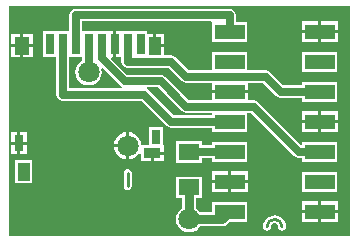
<source format=gtl>
%FSLAX25Y25*%
%MOIN*%
G70*
G01*
G75*
G04 Layer_Physical_Order=1*
G04 Layer_Color=255*
%ADD10C,0.01000*%
%ADD11R,0.05709X0.03500*%
%ADD12R,0.03150X0.05000*%
%ADD13R,0.03937X0.06102*%
%ADD14R,0.03150X0.05512*%
%ADD15R,0.05118X0.05906*%
%ADD16R,0.04318X0.05906*%
%ADD17R,0.02756X0.06890*%
%ADD18R,0.06890X0.05512*%
%ADD19C,0.02500*%
%ADD20C,0.02700*%
%ADD21C,0.03000*%
%ADD22R,0.10000X0.05000*%
%ADD23C,0.07087*%
G36*
X398675Y321826D02*
X284825D01*
Y398675D01*
X398675D01*
Y321826D01*
D02*
G37*
%LPC*%
G36*
X364500Y343500D02*
X359000D01*
Y340500D01*
X364500D01*
Y343500D01*
D02*
G37*
G36*
X349245Y353461D02*
X340755D01*
Y346350D01*
X349245D01*
Y347910D01*
X352700D01*
Y346700D01*
X364300D01*
Y353300D01*
X352700D01*
Y352090D01*
X349245D01*
Y353461D01*
D02*
G37*
G36*
X292631Y347205D02*
X287094D01*
Y339503D01*
X292631D01*
Y347205D01*
D02*
G37*
G36*
X358000Y343500D02*
X352500D01*
Y340500D01*
X358000D01*
Y343500D01*
D02*
G37*
G36*
X336531Y349055D02*
X333177D01*
Y346805D01*
X336531D01*
Y349055D01*
D02*
G37*
G36*
X290862Y352402D02*
X288787D01*
Y349146D01*
X290862D01*
Y352402D01*
D02*
G37*
G36*
X336332Y358367D02*
X331582D01*
Y352305D01*
X329042D01*
X328926Y353186D01*
X328469Y354291D01*
X327740Y355240D01*
X326791Y355969D01*
X325686Y356426D01*
X325000Y356517D01*
Y352000D01*
Y347483D01*
X325686Y347574D01*
X326791Y348031D01*
X327740Y348760D01*
X328323Y349519D01*
X328823Y349349D01*
Y346805D01*
X332177D01*
Y349555D01*
X332677D01*
Y350055D01*
X336531D01*
Y352305D01*
X336332D01*
Y358367D01*
D02*
G37*
G36*
X324000Y351500D02*
X319983D01*
X320074Y350814D01*
X320531Y349709D01*
X321260Y348760D01*
X322209Y348031D01*
X323314Y347574D01*
X324000Y347483D01*
Y351500D01*
D02*
G37*
G36*
X287787Y352402D02*
X285713D01*
Y349146D01*
X287787D01*
Y352402D01*
D02*
G37*
G36*
X324500Y344325D02*
X323993Y344225D01*
X323563Y343937D01*
X323275Y343507D01*
X323175Y343000D01*
Y338500D01*
X323275Y337993D01*
X323563Y337563D01*
X323993Y337275D01*
X324500Y337175D01*
X325007Y337275D01*
X325437Y337563D01*
X325725Y337993D01*
X325826Y338500D01*
Y343000D01*
X325725Y343507D01*
X325437Y343937D01*
X325007Y344225D01*
X324500Y344325D01*
D02*
G37*
G36*
X388000Y329500D02*
X382500D01*
Y326500D01*
X388000D01*
Y329500D01*
D02*
G37*
G36*
X394500D02*
X389000D01*
Y326500D01*
X394500D01*
Y329500D01*
D02*
G37*
G36*
X349245Y341650D02*
X340755D01*
Y334539D01*
X342655D01*
Y331175D01*
X341902Y330598D01*
X341206Y329690D01*
X340769Y328634D01*
X340619Y327500D01*
X340769Y326366D01*
X341206Y325310D01*
X341902Y324402D01*
X342810Y323706D01*
X343866Y323269D01*
X345000Y323119D01*
X346134Y323269D01*
X347190Y323706D01*
X348098Y324402D01*
X348675Y325155D01*
X356000D01*
X356897Y325333D01*
X357658Y325842D01*
X358516Y326700D01*
X364300D01*
Y333300D01*
X352700D01*
Y329845D01*
X348675D01*
X348098Y330598D01*
X347345Y331175D01*
Y334539D01*
X349245D01*
Y341650D01*
D02*
G37*
G36*
X373500Y328833D02*
X372508Y328702D01*
X371584Y328319D01*
X370790Y327710D01*
X370181Y326916D01*
X369798Y325992D01*
X369667Y325000D01*
X369674D01*
X369775Y324493D01*
X370063Y324063D01*
X370493Y323775D01*
X371000Y323675D01*
X371507Y323775D01*
X371937Y324063D01*
X372225Y324493D01*
X372325Y325000D01*
X372327D01*
X372417Y325449D01*
X372671Y325829D01*
X373051Y326083D01*
X373500Y326172D01*
X373949Y326083D01*
X374329Y325829D01*
X374583Y325449D01*
X374673Y325000D01*
X374675D01*
X374775Y324493D01*
X375063Y324063D01*
X375493Y323775D01*
X376000Y323675D01*
X376507Y323775D01*
X376937Y324063D01*
X377225Y324493D01*
X377326Y325000D01*
X377333D01*
X377202Y325992D01*
X376819Y326916D01*
X376210Y327710D01*
X375416Y328319D01*
X374492Y328702D01*
X373500Y328833D01*
D02*
G37*
G36*
X388000Y333500D02*
X382500D01*
Y330500D01*
X388000D01*
Y333500D01*
D02*
G37*
G36*
X364500Y339500D02*
X359000D01*
Y336500D01*
X364500D01*
Y339500D01*
D02*
G37*
G36*
X394300Y343300D02*
X382700D01*
Y336700D01*
X394300D01*
Y343300D01*
D02*
G37*
G36*
X394500Y333500D02*
X389000D01*
Y330500D01*
X394500D01*
Y333500D01*
D02*
G37*
G36*
X358000Y339500D02*
X352500D01*
Y336500D01*
X358000D01*
Y339500D01*
D02*
G37*
G36*
X324000Y356517D02*
X323314Y356426D01*
X322209Y355969D01*
X321260Y355240D01*
X320531Y354291D01*
X320074Y353186D01*
X319983Y352500D01*
X324000D01*
Y356517D01*
D02*
G37*
G36*
X292831Y389335D02*
X289772D01*
Y385882D01*
X292831D01*
Y389335D01*
D02*
G37*
G36*
X336722D02*
X334063D01*
Y385882D01*
X336722D01*
Y389335D01*
D02*
G37*
G36*
X288772D02*
X285713D01*
Y385882D01*
X288772D01*
Y389335D01*
D02*
G37*
G36*
Y384882D02*
X285713D01*
Y381429D01*
X288772D01*
Y384882D01*
D02*
G37*
G36*
X292831D02*
X289772D01*
Y381429D01*
X292831D01*
Y384882D01*
D02*
G37*
G36*
X388000Y393500D02*
X382500D01*
Y390500D01*
X388000D01*
Y393500D01*
D02*
G37*
G36*
X394500D02*
X389000D01*
Y390500D01*
X394500D01*
Y393500D01*
D02*
G37*
G36*
X358500Y397590D02*
X307185D01*
X306385Y397431D01*
X305707Y396978D01*
X305254Y396300D01*
X305095Y395500D01*
Y390119D01*
X296346D01*
Y381629D01*
X300764D01*
Y369000D01*
X300923Y368200D01*
X301376Y367522D01*
X302055Y367069D01*
X302854Y366910D01*
X329134D01*
X337522Y358522D01*
X337522Y358522D01*
X338200Y358069D01*
X339000Y357910D01*
X352700D01*
Y356700D01*
X364300D01*
Y362910D01*
X365634D01*
X380022Y348522D01*
X380022Y348522D01*
X380700Y348069D01*
X381500Y347910D01*
X382700D01*
Y346700D01*
X394300D01*
Y353300D01*
X382700D01*
Y352463D01*
X382200Y352256D01*
X367978Y366478D01*
X367300Y366931D01*
X366500Y367090D01*
X366500Y367090D01*
X364500D01*
Y369500D01*
X352500D01*
Y367090D01*
X344866D01*
X336978Y374978D01*
X336300Y375431D01*
X335500Y375590D01*
X335500Y375590D01*
X324366D01*
X318989Y380967D01*
X319180Y381429D01*
X319677D01*
Y385874D01*
Y390319D01*
X317799D01*
Y390119D01*
X309275D01*
Y393410D01*
X352245D01*
X352700Y393300D01*
Y386700D01*
X364300D01*
Y393300D01*
X360590D01*
Y395500D01*
X360431Y396300D01*
X359978Y396978D01*
X359300Y397431D01*
X358500Y397590D01*
D02*
G37*
G36*
X388000Y389500D02*
X382500D01*
Y386500D01*
X388000D01*
Y389500D01*
D02*
G37*
G36*
X394500D02*
X389000D01*
Y386500D01*
X394500D01*
Y389500D01*
D02*
G37*
G36*
Y359500D02*
X389000D01*
Y356500D01*
X394500D01*
Y359500D01*
D02*
G37*
G36*
X388000Y363500D02*
X382500D01*
Y360500D01*
X388000D01*
Y363500D01*
D02*
G37*
G36*
Y359500D02*
X382500D01*
Y356500D01*
X388000D01*
Y359500D01*
D02*
G37*
G36*
X287787Y356658D02*
X285713D01*
Y353402D01*
X287787D01*
Y356658D01*
D02*
G37*
G36*
X290862D02*
X288787D01*
Y353402D01*
X290862D01*
Y356658D01*
D02*
G37*
G36*
X322555Y390319D02*
X320677D01*
Y385874D01*
Y381429D01*
X322418D01*
Y380000D01*
X322577Y379200D01*
X323030Y378522D01*
X323708Y378069D01*
X324508Y377910D01*
X338134D01*
X342522Y373522D01*
X342522Y373522D01*
X343200Y373069D01*
X344000Y372910D01*
X344000Y372910D01*
X352500D01*
Y370500D01*
X364500D01*
Y372910D01*
X369634D01*
X374022Y368522D01*
X374022Y368522D01*
X374700Y368069D01*
X375500Y367910D01*
X375500Y367910D01*
X382700D01*
Y366700D01*
X394300D01*
Y373300D01*
X382700D01*
Y372090D01*
X376366D01*
X371978Y376478D01*
X371300Y376931D01*
X370500Y377090D01*
X370500Y377090D01*
X364300D01*
Y383300D01*
X352700D01*
Y377090D01*
X344866D01*
X340478Y381478D01*
X339800Y381931D01*
X339000Y382090D01*
X339000Y382090D01*
X336722D01*
Y384882D01*
X333563D01*
Y385382D01*
X333063D01*
Y389335D01*
X331016D01*
Y390119D01*
X322555D01*
Y390319D01*
D02*
G37*
G36*
X394300Y383300D02*
X382700D01*
Y376700D01*
X394300D01*
Y383300D01*
D02*
G37*
G36*
X394500Y363500D02*
X389000D01*
Y360500D01*
X394500D01*
Y363500D01*
D02*
G37*
%LPD*%
G36*
X309324Y380300D02*
X309310Y380294D01*
X308402Y379598D01*
X307706Y378690D01*
X307269Y377634D01*
X307119Y376500D01*
X307269Y375366D01*
X307706Y374310D01*
X308402Y373402D01*
X309310Y372706D01*
X310366Y372269D01*
X311500Y372119D01*
X312634Y372269D01*
X313690Y372706D01*
X314598Y373402D01*
X315294Y374310D01*
X315732Y375366D01*
X315881Y376500D01*
X315736Y377601D01*
X315770Y377640D01*
X316241Y377804D01*
X322022Y372022D01*
X322668Y371590D01*
X322674Y371554D01*
X322396Y371090D01*
X304944D01*
Y381629D01*
X309324D01*
Y380300D01*
D02*
G37*
G36*
X342522Y363522D02*
X342522Y363522D01*
X343200Y363069D01*
X344000Y362910D01*
X344000Y362910D01*
X352700D01*
Y362090D01*
X339866D01*
X331478Y370478D01*
X330832Y370910D01*
X330826Y370946D01*
X331103Y371410D01*
X334634D01*
X342522Y363522D01*
D02*
G37*
D10*
X376000Y325000D02*
G03*
X373500Y327500I-2500J0D01*
G01*
D02*
G03*
X371000Y325000I0J-2500D01*
G01*
X324500Y338500D02*
Y343000D01*
D11*
X332677Y349555D02*
D03*
D12*
X333957Y355067D02*
D03*
D13*
X289862Y343354D02*
D03*
D14*
X288287Y352902D02*
D03*
D15*
X289272Y385382D02*
D03*
D16*
X333563D02*
D03*
D17*
X315846Y385874D02*
D03*
X320177D02*
D03*
X328839D02*
D03*
X324508D02*
D03*
X307185D02*
D03*
X311516D02*
D03*
X302854D02*
D03*
X298524D02*
D03*
D18*
X345000Y349905D02*
D03*
Y338094D02*
D03*
D19*
X323500Y373500D02*
X335500D01*
X315846Y381153D02*
X323500Y373500D01*
X315846Y381153D02*
Y385874D01*
X381500Y350000D02*
X388500D01*
X366500Y365000D02*
X381500Y350000D01*
X344000Y365000D02*
X366500D01*
X375500Y370000D02*
X388500D01*
X370500Y375000D02*
X375500Y370000D01*
X344000Y375000D02*
X370500D01*
X339000Y380000D02*
X344000Y375000D01*
X324508Y380000D02*
X339000D01*
X324508D02*
Y385874D01*
X339000Y360000D02*
X357000D01*
X330000Y369000D02*
X339000Y360000D01*
X335500Y373500D02*
X344000Y365000D01*
X302854Y369000D02*
X330000D01*
X358500Y390000D02*
Y395500D01*
X307185D02*
X358500D01*
X307185Y385874D02*
Y395500D01*
X343094Y350000D02*
X356500D01*
X302854Y369000D02*
Y385874D01*
D20*
X311516Y376516D02*
Y385874D01*
X311500Y376500D02*
X311516Y376516D01*
D21*
X345000Y327500D02*
X356000D01*
X358500Y330000D01*
X345000Y327500D02*
Y336595D01*
D22*
X358500Y390000D02*
D03*
Y380000D02*
D03*
Y370000D02*
D03*
Y360000D02*
D03*
Y350000D02*
D03*
Y340000D02*
D03*
Y330000D02*
D03*
X388500Y390000D02*
D03*
Y380000D02*
D03*
Y370000D02*
D03*
Y360000D02*
D03*
Y350000D02*
D03*
Y340000D02*
D03*
Y330000D02*
D03*
D23*
X311500Y376500D02*
D03*
X345000Y327500D02*
D03*
X324500Y352000D02*
D03*
M02*

</source>
